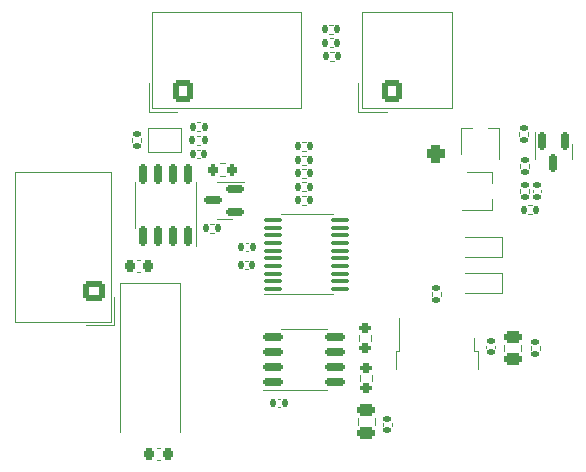
<source format=gbr>
%TF.GenerationSoftware,KiCad,Pcbnew,(6.0.11)*%
%TF.CreationDate,2024-02-10T16:43:21+09:00*%
%TF.ProjectId,Encoder,456e636f-6465-4722-9e6b-696361645f70,rev?*%
%TF.SameCoordinates,Original*%
%TF.FileFunction,Legend,Bot*%
%TF.FilePolarity,Positive*%
%FSLAX46Y46*%
G04 Gerber Fmt 4.6, Leading zero omitted, Abs format (unit mm)*
G04 Created by KiCad (PCBNEW (6.0.11)) date 2024-02-10 16:43:21*
%MOMM*%
%LPD*%
G01*
G04 APERTURE LIST*
G04 Aperture macros list*
%AMRoundRect*
0 Rectangle with rounded corners*
0 $1 Rounding radius*
0 $2 $3 $4 $5 $6 $7 $8 $9 X,Y pos of 4 corners*
0 Add a 4 corners polygon primitive as box body*
4,1,4,$2,$3,$4,$5,$6,$7,$8,$9,$2,$3,0*
0 Add four circle primitives for the rounded corners*
1,1,$1+$1,$2,$3*
1,1,$1+$1,$4,$5*
1,1,$1+$1,$6,$7*
1,1,$1+$1,$8,$9*
0 Add four rect primitives between the rounded corners*
20,1,$1+$1,$2,$3,$4,$5,0*
20,1,$1+$1,$4,$5,$6,$7,0*
20,1,$1+$1,$6,$7,$8,$9,0*
20,1,$1+$1,$8,$9,$2,$3,0*%
%AMFreePoly0*
4,1,6,1.000000,0.000000,0.500000,-0.750000,-0.500000,-0.750000,-0.500000,0.750000,0.500000,0.750000,1.000000,0.000000,1.000000,0.000000,$1*%
%AMFreePoly1*
4,1,6,0.500000,-0.750000,-0.650000,-0.750000,-0.150000,0.000000,-0.650000,0.750000,0.500000,0.750000,0.500000,-0.750000,0.500000,-0.750000,$1*%
G04 Aperture macros list end*
%ADD10C,0.120000*%
%ADD11C,2.000000*%
%ADD12R,1.700000X1.700000*%
%ADD13O,1.700000X1.700000*%
%ADD14RoundRect,0.381000X-0.381000X-0.381000X0.381000X-0.381000X0.381000X0.381000X-0.381000X0.381000X0*%
%ADD15C,1.524000*%
%ADD16RoundRect,0.135000X0.135000X0.185000X-0.135000X0.185000X-0.135000X-0.185000X0.135000X-0.185000X0*%
%ADD17RoundRect,0.200000X0.275000X-0.200000X0.275000X0.200000X-0.275000X0.200000X-0.275000X-0.200000X0*%
%ADD18RoundRect,0.140000X0.140000X0.170000X-0.140000X0.170000X-0.140000X-0.170000X0.140000X-0.170000X0*%
%ADD19RoundRect,0.135000X0.185000X-0.135000X0.185000X0.135000X-0.185000X0.135000X-0.185000X-0.135000X0*%
%ADD20RoundRect,0.135000X-0.185000X0.135000X-0.185000X-0.135000X0.185000X-0.135000X0.185000X0.135000X0*%
%ADD21RoundRect,0.250000X-0.600000X-0.675000X0.600000X-0.675000X0.600000X0.675000X-0.600000X0.675000X0*%
%ADD22O,1.700000X1.850000*%
%ADD23RoundRect,0.135000X-0.135000X-0.185000X0.135000X-0.185000X0.135000X0.185000X-0.135000X0.185000X0*%
%ADD24RoundRect,0.150000X0.587500X0.150000X-0.587500X0.150000X-0.587500X-0.150000X0.587500X-0.150000X0*%
%ADD25RoundRect,0.225000X0.225000X0.250000X-0.225000X0.250000X-0.225000X-0.250000X0.225000X-0.250000X0*%
%ADD26RoundRect,0.140000X-0.140000X-0.170000X0.140000X-0.170000X0.140000X0.170000X-0.140000X0.170000X0*%
%ADD27RoundRect,0.250000X0.675000X-0.600000X0.675000X0.600000X-0.675000X0.600000X-0.675000X-0.600000X0*%
%ADD28O,1.850000X1.700000*%
%ADD29RoundRect,0.225000X-0.225000X-0.250000X0.225000X-0.250000X0.225000X0.250000X-0.225000X0.250000X0*%
%ADD30RoundRect,0.250000X-0.475000X0.250000X-0.475000X-0.250000X0.475000X-0.250000X0.475000X0.250000X0*%
%ADD31RoundRect,0.140000X-0.170000X0.140000X-0.170000X-0.140000X0.170000X-0.140000X0.170000X0.140000X0*%
%ADD32R,1.200000X2.200000*%
%ADD33R,5.800000X6.400000*%
%ADD34R,1.000000X0.700000*%
%ADD35RoundRect,0.150000X-0.675000X-0.150000X0.675000X-0.150000X0.675000X0.150000X-0.675000X0.150000X0*%
%ADD36R,0.700000X1.000000*%
%ADD37RoundRect,0.200000X0.200000X0.275000X-0.200000X0.275000X-0.200000X-0.275000X0.200000X-0.275000X0*%
%ADD38FreePoly0,0.000000*%
%ADD39FreePoly1,0.000000*%
%ADD40R,1.000000X1.000000*%
%ADD41RoundRect,0.200000X-0.275000X0.200000X-0.275000X-0.200000X0.275000X-0.200000X0.275000X0.200000X0*%
%ADD42R,2.000000X4.500000*%
%ADD43RoundRect,0.150000X0.150000X-0.675000X0.150000X0.675000X-0.150000X0.675000X-0.150000X-0.675000X0*%
%ADD44RoundRect,0.150000X-0.150000X0.587500X-0.150000X-0.587500X0.150000X-0.587500X0.150000X0.587500X0*%
%ADD45RoundRect,0.100000X-0.637500X-0.100000X0.637500X-0.100000X0.637500X0.100000X-0.637500X0.100000X0*%
G04 APERTURE END LIST*
D10*
%TO.C,R27*%
X141513641Y-81950000D02*
X141206359Y-81950000D01*
X141513641Y-82710000D02*
X141206359Y-82710000D01*
%TO.C,R29*%
X131403641Y-97250000D02*
X131096359Y-97250000D01*
X131403641Y-96490000D02*
X131096359Y-96490000D01*
%TO.C,R12*%
X143727500Y-109817258D02*
X143727500Y-109342742D01*
X144772500Y-109817258D02*
X144772500Y-109342742D01*
%TO.C,C12*%
X134267836Y-100340000D02*
X134052164Y-100340000D01*
X134267836Y-99620000D02*
X134052164Y-99620000D01*
%TO.C,R3*%
X139153641Y-90730000D02*
X138846359Y-90730000D01*
X139153641Y-91490000D02*
X138846359Y-91490000D01*
%TO.C,R2*%
X157320000Y-91743641D02*
X157320000Y-91436359D01*
X158080000Y-91743641D02*
X158080000Y-91436359D01*
%TO.C,R30*%
X124459999Y-89246361D02*
X124459999Y-89553643D01*
X125219999Y-89246361D02*
X125219999Y-89553643D01*
%TO.C,J2*%
X138790000Y-86700000D02*
X126170000Y-86700000D01*
X126170000Y-86700000D02*
X126170000Y-78580000D01*
X126170000Y-78580000D02*
X138790000Y-78580000D01*
X138790000Y-78580000D02*
X138790000Y-86700000D01*
X125870000Y-87000000D02*
X128280000Y-87000000D01*
X125870000Y-84590000D02*
X125870000Y-87000000D01*
%TO.C,R11*%
X158990000Y-106846359D02*
X158990000Y-107153641D01*
X158230000Y-106846359D02*
X158230000Y-107153641D01*
%TO.C,R13*%
X150600000Y-102286359D02*
X150600000Y-102593641D01*
X149840000Y-102286359D02*
X149840000Y-102593641D01*
%TO.C,R31*%
X129931359Y-89070001D02*
X130238641Y-89070001D01*
X129931359Y-89830001D02*
X130238641Y-89830001D01*
%TO.C,Q12*%
X132260000Y-92969999D02*
X131610000Y-92969999D01*
X132260000Y-92969999D02*
X133935000Y-92969999D01*
X132260000Y-96089999D02*
X132910000Y-96089999D01*
X132260000Y-96089999D02*
X131610000Y-96089999D01*
%TO.C,C5*%
X126840580Y-115490000D02*
X126559420Y-115490000D01*
X126840580Y-116510000D02*
X126559420Y-116510000D01*
%TO.C,C15*%
X129972164Y-90950001D02*
X130187836Y-90950001D01*
X129972164Y-90230001D02*
X130187836Y-90230001D01*
%TO.C,J3*%
X122640000Y-104780000D02*
X114520000Y-104780000D01*
X122940000Y-105080000D02*
X122940000Y-102670000D01*
X122640000Y-92160000D02*
X122640000Y-104780000D01*
X120530000Y-105080000D02*
X122940000Y-105080000D01*
X114520000Y-104780000D02*
X114520000Y-92160000D01*
X114520000Y-92160000D02*
X122640000Y-92160000D01*
%TO.C,R1*%
X139153641Y-90340000D02*
X138846359Y-90340000D01*
X139153641Y-89580000D02*
X138846359Y-89580000D01*
%TO.C,C6*%
X124884420Y-100610000D02*
X125165580Y-100610000D01*
X124884420Y-99590000D02*
X125165580Y-99590000D01*
%TO.C,R10*%
X157230000Y-89053641D02*
X157230000Y-88746359D01*
X157990000Y-89053641D02*
X157990000Y-88746359D01*
%TO.C,R7*%
X157310000Y-93586359D02*
X157310000Y-93893641D01*
X158070000Y-93586359D02*
X158070000Y-93893641D01*
%TO.C,C9*%
X145025000Y-112988748D02*
X145025000Y-113511252D01*
X143555000Y-112988748D02*
X143555000Y-113511252D01*
%TO.C,C3*%
X154450000Y-106812164D02*
X154450000Y-107027836D01*
X155170000Y-106812164D02*
X155170000Y-107027836D01*
%TO.C,C8*%
X155955000Y-106738748D02*
X155955000Y-107261252D01*
X157425000Y-106738748D02*
X157425000Y-107261252D01*
%TO.C,U1*%
X153710000Y-107280000D02*
X153440000Y-107280000D01*
X153710000Y-108780000D02*
X153710000Y-107280000D01*
X153440000Y-107280000D02*
X153440000Y-106180000D01*
X147080000Y-107280000D02*
X147080000Y-104450000D01*
X146810000Y-108780000D02*
X146810000Y-107280000D01*
X146810000Y-107280000D02*
X147080000Y-107280000D01*
%TO.C,Q3*%
X154975000Y-93050000D02*
X154975000Y-92140000D01*
X152400000Y-95360000D02*
X154975000Y-95360000D01*
X152825000Y-92140000D02*
X154975000Y-92140000D01*
X154975000Y-95360000D02*
X154975000Y-94450000D01*
%TO.C,R5*%
X139153641Y-92620000D02*
X138846359Y-92620000D01*
X139153641Y-91860000D02*
X138846359Y-91860000D01*
%TO.C,C4*%
X145720000Y-113392164D02*
X145720000Y-113607836D01*
X146440000Y-113392164D02*
X146440000Y-113607836D01*
%TO.C,U3*%
X139000000Y-110560000D02*
X140950000Y-110560000D01*
X139000000Y-105440000D02*
X137050000Y-105440000D01*
X139000000Y-110560000D02*
X135550000Y-110560000D01*
X139000000Y-105440000D02*
X140950000Y-105440000D01*
%TO.C,R24*%
X141493641Y-80800000D02*
X141186359Y-80800000D01*
X141493641Y-81560000D02*
X141186359Y-81560000D01*
%TO.C,Q1*%
X155510000Y-88425000D02*
X154600000Y-88425000D01*
X153200000Y-88425000D02*
X152290000Y-88425000D01*
X155510000Y-91000000D02*
X155510000Y-88425000D01*
X152290000Y-90575000D02*
X152290000Y-88425000D01*
%TO.C,C1*%
X158390000Y-93632164D02*
X158390000Y-93847836D01*
X159110000Y-93632164D02*
X159110000Y-93847836D01*
%TO.C,R28*%
X132342258Y-92442500D02*
X131867742Y-92442500D01*
X132342258Y-91397500D02*
X131867742Y-91397500D01*
%TO.C,R9*%
X157996359Y-94930000D02*
X158303641Y-94930000D01*
X157996359Y-95690000D02*
X158303641Y-95690000D01*
%TO.C,JP1*%
X125780000Y-90420001D02*
X128580000Y-90420001D01*
X128580000Y-88420001D02*
X125780000Y-88420001D01*
X128580000Y-90420001D02*
X128580000Y-88420001D01*
X125780000Y-88420001D02*
X125780000Y-90420001D01*
%TO.C,D2*%
X155760000Y-97640000D02*
X152610000Y-97640000D01*
X155760000Y-97640000D02*
X155760000Y-99340000D01*
X155760000Y-99340000D02*
X152610000Y-99340000D01*
%TO.C,C2*%
X136802164Y-112050000D02*
X137017836Y-112050000D01*
X136802164Y-111330000D02*
X137017836Y-111330000D01*
%TO.C,R8*%
X139153641Y-94120000D02*
X138846359Y-94120000D01*
X139153641Y-94880000D02*
X138846359Y-94880000D01*
%TO.C,C7*%
X134287836Y-98820000D02*
X134072164Y-98820000D01*
X134287836Y-98100000D02*
X134072164Y-98100000D01*
%TO.C,R4*%
X141473641Y-80420000D02*
X141166359Y-80420000D01*
X141473641Y-79660000D02*
X141166359Y-79660000D01*
%TO.C,R32*%
X129941359Y-87910001D02*
X130248641Y-87910001D01*
X129941359Y-88670001D02*
X130248641Y-88670001D01*
%TO.C,R14*%
X143677500Y-105932742D02*
X143677500Y-106407258D01*
X144722500Y-105932742D02*
X144722500Y-106407258D01*
%TO.C,D3*%
X155760000Y-102350000D02*
X152610000Y-102350000D01*
X155760000Y-100650000D02*
X152610000Y-100650000D01*
X155760000Y-100650000D02*
X155760000Y-102350000D01*
%TO.C,Y1*%
X123400000Y-101500000D02*
X128500000Y-101500000D01*
X123400000Y-114100000D02*
X123400000Y-101500000D01*
X128500000Y-101500000D02*
X128500000Y-114100000D01*
%TO.C,U2*%
X129835000Y-94910001D02*
X129835000Y-92960001D01*
X129835000Y-94910001D02*
X129835000Y-98360001D01*
X124715000Y-94910001D02*
X124715000Y-96860001D01*
X124715000Y-94910001D02*
X124715000Y-92960001D01*
%TO.C,Q2*%
X158570000Y-90400000D02*
X158570000Y-88725000D01*
X161690000Y-90400000D02*
X161690000Y-91050000D01*
X158570000Y-90400000D02*
X158570000Y-91050000D01*
X161690000Y-90400000D02*
X161690000Y-89750000D01*
%TO.C,J1*%
X151540000Y-78580000D02*
X151540000Y-86700000D01*
X143620000Y-84590000D02*
X143620000Y-87000000D01*
X143920000Y-78580000D02*
X151540000Y-78580000D01*
X143920000Y-86700000D02*
X143920000Y-78580000D01*
X143620000Y-87000000D02*
X146030000Y-87000000D01*
X151540000Y-86700000D02*
X143920000Y-86700000D01*
%TO.C,U4*%
X139240000Y-95715000D02*
X141440000Y-95715000D01*
X139240000Y-95715000D02*
X137040000Y-95715000D01*
X139240000Y-102485000D02*
X135640000Y-102485000D01*
X139240000Y-102485000D02*
X141440000Y-102485000D01*
%TO.C,R6*%
X139153641Y-93750000D02*
X138846359Y-93750000D01*
X139153641Y-92990000D02*
X138846359Y-92990000D01*
%TD*%
%LPC*%
D11*
%TO.C,TP1*%
X161660000Y-108180000D03*
%TD*%
%TO.C,TP2*%
X155260000Y-116180000D03*
%TD*%
%TO.C,TP3*%
X120580000Y-89080000D03*
%TD*%
D12*
%TO.C,J4*%
X160800000Y-102300000D03*
D13*
X160800000Y-99760000D03*
X160800000Y-97220000D03*
X160800000Y-94680000D03*
%TD*%
D14*
%TO.C,SW2*%
X150210000Y-90610000D03*
D15*
X147010000Y-93110000D03*
X150210000Y-95610000D03*
%TD*%
D16*
%TO.C,R27*%
X141870000Y-82330000D03*
X140850000Y-82330000D03*
%TD*%
%TO.C,R29*%
X131760000Y-96870000D03*
X130740000Y-96870000D03*
%TD*%
D17*
%TO.C,R12*%
X144250000Y-110405000D03*
X144250000Y-108755000D03*
%TD*%
D18*
%TO.C,C12*%
X134640000Y-99980000D03*
X133680000Y-99980000D03*
%TD*%
D16*
%TO.C,R3*%
X139510000Y-91110000D03*
X138490000Y-91110000D03*
%TD*%
D19*
%TO.C,R2*%
X157700000Y-92100000D03*
X157700000Y-91080000D03*
%TD*%
D20*
%TO.C,R30*%
X124839999Y-88890002D03*
X124839999Y-89910002D03*
%TD*%
D21*
%TO.C,J2*%
X128730000Y-85290000D03*
D22*
X131230000Y-85290000D03*
X133730000Y-85290000D03*
X136230000Y-85290000D03*
%TD*%
D20*
%TO.C,R11*%
X158610000Y-106490000D03*
X158610000Y-107510000D03*
%TD*%
%TO.C,R13*%
X150220000Y-101930000D03*
X150220000Y-102950000D03*
%TD*%
D23*
%TO.C,R31*%
X129575000Y-89450001D03*
X130595000Y-89450001D03*
%TD*%
D24*
%TO.C,Q12*%
X133197500Y-93579999D03*
X133197500Y-95479999D03*
X131322500Y-94529999D03*
%TD*%
D25*
%TO.C,C5*%
X127475000Y-116000000D03*
X125925000Y-116000000D03*
%TD*%
D26*
%TO.C,C15*%
X129600000Y-90590001D03*
X130560000Y-90590001D03*
%TD*%
D27*
%TO.C,J3*%
X121230000Y-102220000D03*
D28*
X121230000Y-99720000D03*
X121230000Y-97220000D03*
X121230000Y-94720000D03*
%TD*%
D16*
%TO.C,R1*%
X139510000Y-89960000D03*
X138490000Y-89960000D03*
%TD*%
D29*
%TO.C,C6*%
X124250000Y-100100000D03*
X125800000Y-100100000D03*
%TD*%
D19*
%TO.C,R10*%
X157610000Y-89410000D03*
X157610000Y-88390000D03*
%TD*%
D20*
%TO.C,R7*%
X157690000Y-93230000D03*
X157690000Y-94250000D03*
%TD*%
D30*
%TO.C,C9*%
X144290000Y-112300000D03*
X144290000Y-114200000D03*
%TD*%
D31*
%TO.C,C3*%
X154810000Y-106440000D03*
X154810000Y-107400000D03*
%TD*%
D30*
%TO.C,C8*%
X156690000Y-106050000D03*
X156690000Y-107950000D03*
%TD*%
D32*
%TO.C,U1*%
X147980000Y-105550000D03*
X150260000Y-105550000D03*
D33*
X150260000Y-111850000D03*
D32*
X152540000Y-105550000D03*
%TD*%
D34*
%TO.C,Q3*%
X152700000Y-94700000D03*
X152700000Y-92800000D03*
X155100000Y-93750000D03*
%TD*%
D16*
%TO.C,R5*%
X139510000Y-92240000D03*
X138490000Y-92240000D03*
%TD*%
D31*
%TO.C,C4*%
X146080000Y-113020000D03*
X146080000Y-113980000D03*
%TD*%
D35*
%TO.C,U3*%
X136375000Y-109905000D03*
X136375000Y-108635000D03*
X136375000Y-107365000D03*
X136375000Y-106095000D03*
X141625000Y-106095000D03*
X141625000Y-107365000D03*
X141625000Y-108635000D03*
X141625000Y-109905000D03*
%TD*%
D16*
%TO.C,R24*%
X141850000Y-81180000D03*
X140830000Y-81180000D03*
%TD*%
D36*
%TO.C,Q1*%
X154850000Y-90700000D03*
X152950000Y-90700000D03*
X153900000Y-88300000D03*
%TD*%
D31*
%TO.C,C1*%
X158750000Y-93260000D03*
X158750000Y-94220000D03*
%TD*%
D37*
%TO.C,R28*%
X132930000Y-91920000D03*
X131280000Y-91920000D03*
%TD*%
D23*
%TO.C,R9*%
X157640000Y-95310000D03*
X158660000Y-95310000D03*
%TD*%
D38*
%TO.C,JP1*%
X126455000Y-89420001D03*
D39*
X127905000Y-89420001D03*
%TD*%
D40*
%TO.C,D2*%
X155110000Y-98490000D03*
X152610000Y-98490000D03*
%TD*%
D26*
%TO.C,C2*%
X136430000Y-111690000D03*
X137390000Y-111690000D03*
%TD*%
D16*
%TO.C,R8*%
X139510000Y-94500000D03*
X138490000Y-94500000D03*
%TD*%
D18*
%TO.C,C7*%
X134660000Y-98460000D03*
X133700000Y-98460000D03*
%TD*%
D16*
%TO.C,R4*%
X141830000Y-80040000D03*
X140810000Y-80040000D03*
%TD*%
D23*
%TO.C,R32*%
X129585000Y-88290001D03*
X130605000Y-88290001D03*
%TD*%
D41*
%TO.C,R14*%
X144200000Y-105345000D03*
X144200000Y-106995000D03*
%TD*%
D40*
%TO.C,D3*%
X155110000Y-101500000D03*
X152610000Y-101500000D03*
%TD*%
D42*
%TO.C,Y1*%
X125950000Y-103950000D03*
X125950000Y-112450000D03*
%TD*%
D43*
%TO.C,U2*%
X129180000Y-97535001D03*
X127910000Y-97535001D03*
X126640000Y-97535001D03*
X125370000Y-97535001D03*
X125370000Y-92285001D03*
X126640000Y-92285001D03*
X127910000Y-92285001D03*
X129180000Y-92285001D03*
%TD*%
D44*
%TO.C,Q2*%
X159180000Y-89462500D03*
X161080000Y-89462500D03*
X160130000Y-91337500D03*
%TD*%
D21*
%TO.C,J1*%
X146480000Y-85290000D03*
D22*
X148980000Y-85290000D03*
%TD*%
D45*
%TO.C,U4*%
X136377500Y-102025000D03*
X136377500Y-101375000D03*
X136377500Y-100725000D03*
X136377500Y-100075000D03*
X136377500Y-99425000D03*
X136377500Y-98775000D03*
X136377500Y-98125000D03*
X136377500Y-97475000D03*
X136377500Y-96825000D03*
X136377500Y-96175000D03*
X142102500Y-96175000D03*
X142102500Y-96825000D03*
X142102500Y-97475000D03*
X142102500Y-98125000D03*
X142102500Y-98775000D03*
X142102500Y-99425000D03*
X142102500Y-100075000D03*
X142102500Y-100725000D03*
X142102500Y-101375000D03*
X142102500Y-102025000D03*
%TD*%
D16*
%TO.C,R6*%
X139510000Y-93370000D03*
X138490000Y-93370000D03*
%TD*%
M02*

</source>
